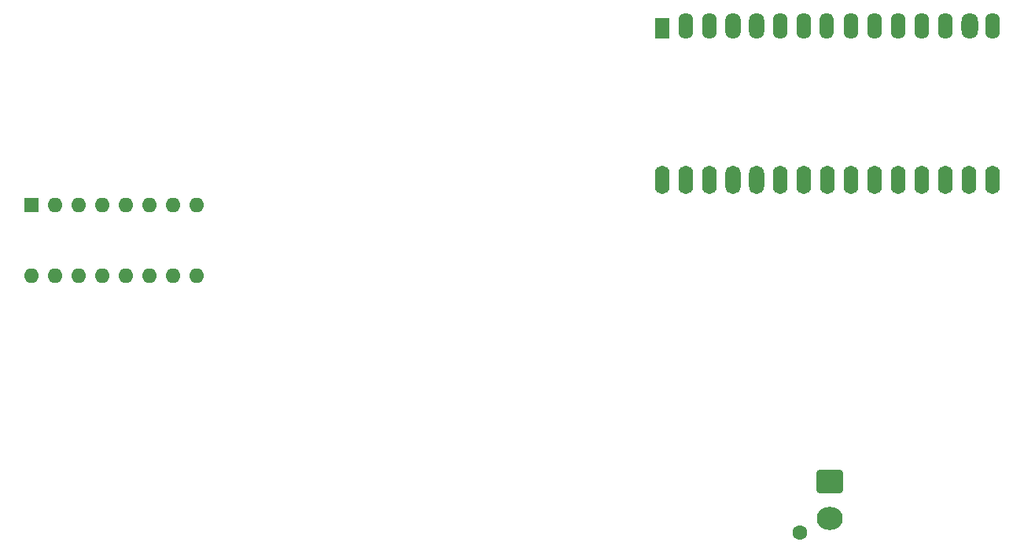
<source format=gbs>
G04 #@! TF.GenerationSoftware,KiCad,Pcbnew,8.0.7*
G04 #@! TF.CreationDate,2025-03-27T18:08:51-05:00*
G04 #@! TF.ProjectId,Chess_board2,43686573-735f-4626-9f61-7264322e6b69,rev?*
G04 #@! TF.SameCoordinates,Original*
G04 #@! TF.FileFunction,Soldermask,Bot*
G04 #@! TF.FilePolarity,Negative*
%FSLAX46Y46*%
G04 Gerber Fmt 4.6, Leading zero omitted, Abs format (unit mm)*
G04 Created by KiCad (PCBNEW 8.0.7) date 2025-03-27 18:08:51*
%MOMM*%
%LPD*%
G01*
G04 APERTURE LIST*
G04 Aperture macros list*
%AMRoundRect*
0 Rectangle with rounded corners*
0 $1 Rounding radius*
0 $2 $3 $4 $5 $6 $7 $8 $9 X,Y pos of 4 corners*
0 Add a 4 corners polygon primitive as box body*
4,1,4,$2,$3,$4,$5,$6,$7,$8,$9,$2,$3,0*
0 Add four circle primitives for the rounded corners*
1,1,$1+$1,$2,$3*
1,1,$1+$1,$4,$5*
1,1,$1+$1,$6,$7*
1,1,$1+$1,$8,$9*
0 Add four rect primitives between the rounded corners*
20,1,$1+$1,$2,$3,$4,$5,0*
20,1,$1+$1,$4,$5,$6,$7,0*
20,1,$1+$1,$6,$7,$8,$9,0*
20,1,$1+$1,$8,$9,$2,$3,0*%
G04 Aperture macros list end*
%ADD10C,1.600000*%
%ADD11RoundRect,0.250000X-1.150000X0.980000X-1.150000X-0.980000X1.150000X-0.980000X1.150000X0.980000X0*%
%ADD12O,2.800000X2.460000*%
%ADD13R,1.600000X1.600000*%
%ADD14O,1.600000X1.600000*%
%ADD15R,1.600000X2.300000*%
%ADD16O,1.600000X2.800000*%
%ADD17O,1.680000X2.800000*%
%ADD18O,1.640000X2.800000*%
%ADD19O,1.520000X2.800000*%
%ADD20O,1.780000X2.800000*%
%ADD21O,1.600000X3.060000*%
%ADD22O,1.640000X3.060000*%
%ADD23O,1.680000X3.060000*%
G04 APERTURE END LIST*
D10*
G04 #@! TO.C,J1*
X508800000Y-118480000D03*
D11*
X512050000Y-113020000D03*
D12*
X512050000Y-116980000D03*
G04 #@! TD*
D13*
G04 #@! TO.C,U65*
X426125000Y-83200000D03*
D14*
X428665000Y-83200000D03*
X431205000Y-83200000D03*
X433745000Y-83200000D03*
X436285000Y-83200000D03*
X438825000Y-83200000D03*
X441365000Y-83200000D03*
X443905000Y-83200000D03*
X443905000Y-90820000D03*
X441365000Y-90820000D03*
X438825000Y-90820000D03*
X436285000Y-90820000D03*
X433745000Y-90820000D03*
X431205000Y-90820000D03*
X428665000Y-90820000D03*
X426125000Y-90820000D03*
G04 #@! TD*
D15*
G04 #@! TO.C,A1*
X493980000Y-64180000D03*
D16*
X496520000Y-63930000D03*
X499060000Y-63930000D03*
D17*
X501640000Y-63930000D03*
D18*
X504160000Y-63930000D03*
D16*
X506680000Y-63930000D03*
X509220000Y-63930000D03*
D19*
X511720000Y-63930000D03*
D16*
X514300000Y-63930000D03*
X516840000Y-63930000D03*
X519380000Y-63930000D03*
X521920000Y-63930000D03*
X524460000Y-63930000D03*
D20*
X527090000Y-63930000D03*
D16*
X529540000Y-63930000D03*
D21*
X529540000Y-80500000D03*
X527000000Y-80500000D03*
X524460000Y-80500000D03*
X521920000Y-80500000D03*
X519380000Y-80500000D03*
X516840000Y-80500000D03*
X514300000Y-80500000D03*
X511760000Y-80500000D03*
X509220000Y-80500000D03*
X506680000Y-80500000D03*
D22*
X504160000Y-80500000D03*
D23*
X501640000Y-80500000D03*
D21*
X499060000Y-80500000D03*
X496520000Y-80500000D03*
X493980000Y-80500000D03*
G04 #@! TD*
M02*

</source>
